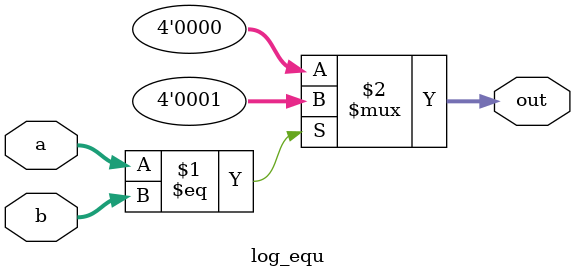
<source format=v>
module log_equ(input [3:0]a, input [3:0]b,output [3:0]out);

	assign out = (a==b)? 4'b0001:4'b0000;

endmodule

</source>
